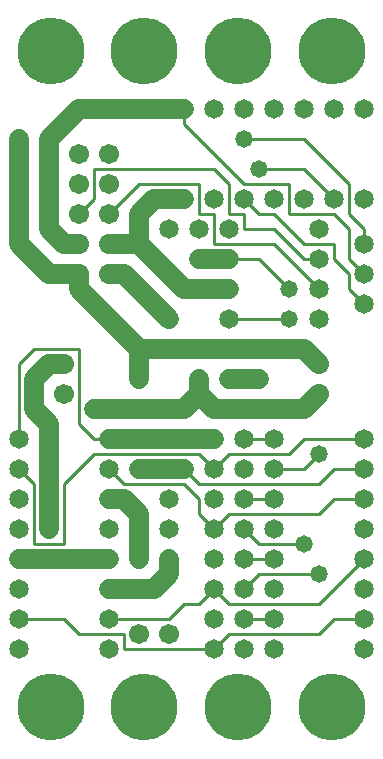
<source format=gbl>
%MOIN*%
%FSLAX25Y25*%
G04 D10 used for Character Trace; *
G04     Circle (OD=.01000) (No hole)*
G04 D11 used for Power Trace; *
G04     Circle (OD=.06500) (No hole)*
G04 D12 used for Signal Trace; *
G04     Circle (OD=.01100) (No hole)*
G04 D13 used for Via; *
G04     Circle (OD=.05800) (Round. Hole ID=.02800)*
G04 D14 used for Component hole; *
G04     Circle (OD=.06500) (Round. Hole ID=.03500)*
G04 D15 used for Component hole; *
G04     Circle (OD=.06700) (Round. Hole ID=.04300)*
G04 D16 used for Component hole; *
G04     Circle (OD=.08100) (Round. Hole ID=.05100)*
G04 D17 used for Component hole; *
G04     Circle (OD=.08900) (Round. Hole ID=.05900)*
G04 D18 used for Component hole; *
G04     Circle (OD=.11300) (Round. Hole ID=.08300)*
G04 D19 used for Component hole; *
G04     Circle (OD=.16000) (Round. Hole ID=.13000)*
G04 D20 used for Component hole; *
G04     Circle (OD=.18300) (Round. Hole ID=.15300)*
G04 D21 used for Component hole; *
G04     Circle (OD=.22291) (Round. Hole ID=.19291)*
%ADD10C,.01000*%
%ADD11C,.06500*%
%ADD12C,.01100*%
%ADD13C,.05800*%
%ADD14C,.06500*%
%ADD15C,.06700*%
%ADD16C,.08100*%
%ADD17C,.08900*%
%ADD18C,.11300*%
%ADD19C,.16000*%
%ADD20C,.18300*%
%ADD21C,.22291*%
%IPPOS*%
%LPD*%
G90*X0Y0D02*D21*X15625Y15625D03*D14*              
X35000Y35000D03*X5000D03*D12*X40000D02*Y40000D01* 
Y35000D02*X70000D01*D14*D03*D12*X75000Y40000D01*  
X105000D01*X110000Y45000D01*X120000D01*D14*D03*   
Y55000D03*Y35000D03*D13*X105000Y60000D03*D12*     
X85000D01*X80000Y55000D01*D14*D03*D12*            
X75000Y50000D02*X105000D01*X120000Y65000D01*D14*  
D03*Y75000D03*D12*X75000Y80000D02*X105000D01*     
X70000Y75000D02*X75000Y80000D01*D14*              
X70000Y75000D03*D12*X65000Y80000D01*Y85000D01*    
X60000Y90000D01*X40000D01*X35000Y95000D01*D14*D03*
D12*X20000Y90000D02*X30000Y100000D01*             
X20000Y70000D02*Y90000D01*X10000Y70000D02*        
X20000D01*X10000D02*Y90000D01*X5000Y95000D01*D14* 
D03*Y105000D03*D12*Y130000D01*X10000Y135000D01*   
X25000D01*Y110000D01*X30000Y105000D01*X35000D01*  
D14*D03*D11*X60000D01*D14*D03*D11*X70000D01*D14*  
D03*D12*Y95000D02*X75000Y100000D01*D14*           
X70000Y95000D03*D12*X65000Y100000D01*X30000D01*   
D11*X15000Y75000D02*Y110000D01*D13*Y75000D03*D14* 
X5000Y85000D03*Y65000D03*D11*X35000D01*D14*D03*   
X45000D03*D11*Y80000D01*X40000Y85000D01*X35000D01*
D14*D03*D13*X45000Y95000D03*D11*X60000D01*D14*D03*
D12*X65000Y90000D01*X105000D01*X110000Y95000D01*  
X120000D01*D14*D03*D12*X105000Y80000D02*          
X110000Y85000D01*X120000D01*D14*D03*D13*          
X105000Y100000D03*D12*X100000Y95000D01*X90000D01* 
D14*D03*D12*X75000Y100000D02*X95000D01*D14*       
X80000Y95000D03*Y105000D03*D12*X90000D01*D14*D03* 
D12*X95000Y100000D02*X100000Y105000D01*X120000D01*
D14*D03*D15*X105000Y120000D03*D11*                
X100000Y115000D01*X70000D01*X65000Y120000D01*     
X60000Y115000D01*X30000D01*D13*D03*D15*           
X20000Y120000D03*D11*X10000Y125000D02*            
X15000Y130000D01*X10000Y115000D02*Y125000D01*     
X15000Y110000D02*X10000Y115000D01*D15*            
X20000Y130000D03*D11*X15000D01*X45000Y135000D02*  
X25000Y155000D01*X45000Y125000D02*Y135000D01*D13* 
Y125000D03*D11*Y135000D02*X70000D01*D14*D03*D11*  
X85000D01*D14*D03*D11*X100000D01*                 
X105000Y130000D01*D15*D03*D14*Y145000D03*D13*     
X95000D03*D12*X75000D01*D14*D03*X65000Y155000D03* 
D11*X60000D01*X45000Y170000D01*X35000D01*D15*D03* 
D11*X45000D02*Y180000D01*D15*X35000D03*D12*       
X45000Y190000D01*X65000D01*Y180000D01*X70000D01*  
Y170000D01*X90000D01*X105000Y155000D01*D14*D03*   
D12*X120000Y160000D02*X115000Y165000D01*D14*      
X120000Y160000D03*D12*X115000Y165000D02*          
Y175000D01*X110000Y180000D01*X95000D01*Y190000D01*
X80000D01*X60000Y210000D01*Y215000D01*D14*D03*D11*
X25000D01*X15000Y205000D01*Y175000D01*            
X20000Y170000D01*X25000D01*D15*D03*               
X35000Y160000D03*D11*X40000D01*X55000Y145000D01*  
D13*D03*D11*X65000Y155000D02*X75000D01*D14*D03*   
D12*X95000D02*X85000Y165000D01*D13*               
X95000Y155000D03*D14*X105000Y165000D03*D12*       
X100000D01*X90000Y175000D01*X80000D01*Y180000D01* 
X75000D01*Y190000D01*X70000Y195000D01*X30000D01*  
Y185000D01*X25000Y180000D01*D15*D03*              
X35000Y190000D03*X25000D03*X35000Y200000D03*D11*  
X15000Y160000D02*X25000D01*D15*D03*D11*Y155000D01*
X15000Y160000D02*X5000Y170000D01*Y205000D01*D13*  
D03*D15*X25000Y200000D03*D21*X15625Y234375D03*D11*
X45000Y180000D02*X50000Y185000D01*X60000D01*D14*  
D03*X55000Y175000D03*X70000Y185000D03*            
X65000Y175000D03*X75000D03*D13*X80000Y205000D03*  
D12*X100000D01*X115000Y190000D01*Y180000D01*      
X120000Y175000D01*Y170000D01*D14*D03*D12*         
X115000Y155000D02*Y160000D01*X120000Y150000D02*   
X115000Y155000D01*D14*X120000Y150000D03*D12*      
X115000Y160000D02*X110000Y165000D01*Y170000D01*   
X100000D01*X90000Y180000D01*X85000D01*            
X80000Y185000D01*D14*D03*D13*X85000Y195000D03*D12*
X100000D01*X110000Y185000D01*D14*D03*             
X105000Y175000D03*X120000Y185000D03*X100000D03*   
X90000D03*D12*X75000Y165000D02*X85000D01*D14*     
X75000D03*D11*X65000D01*D14*D03*Y125000D03*D11*   
Y120000D01*D14*X75000Y125000D03*D11*X85000D01*D14*
D03*X55000Y85000D03*X70000D03*X80000D03*D12*      
X90000D01*D14*D03*X80000Y75000D03*D12*            
X85000Y70000D01*X100000D01*D13*D03*D14*           
X90000Y75000D03*Y65000D03*D12*X80000D01*D14*D03*  
X90000Y55000D03*X70000D03*D12*X65000Y50000D01*    
X60000D01*X55000Y45000D01*X35000D01*D14*D03*D12*  
X25000Y40000D02*X40000D01*X25000D02*              
X20000Y45000D01*X5000D01*D14*D03*Y55000D03*       
X35000Y75000D03*X5000D03*X35000Y55000D03*D11*     
X50000D01*X55000Y60000D01*Y65000D01*D14*D03*      
Y75000D03*D12*X75000Y50000D02*X70000Y55000D01*D14*
X80000Y45000D03*D12*X90000D01*D14*D03*            
X80000Y35000D03*X90000D03*X70000Y65000D03*        
Y45000D03*D21*X78125Y15625D03*X109375D03*D15*     
X55000Y40000D03*X45000D03*D21*X46875Y15625D03*D14*
X120000Y215000D03*X110000D03*X100000D03*X90000D03*
X80000D03*X70000D03*D21*X109375Y234375D03*        
X78125D03*X46875D03*M02*                          

</source>
